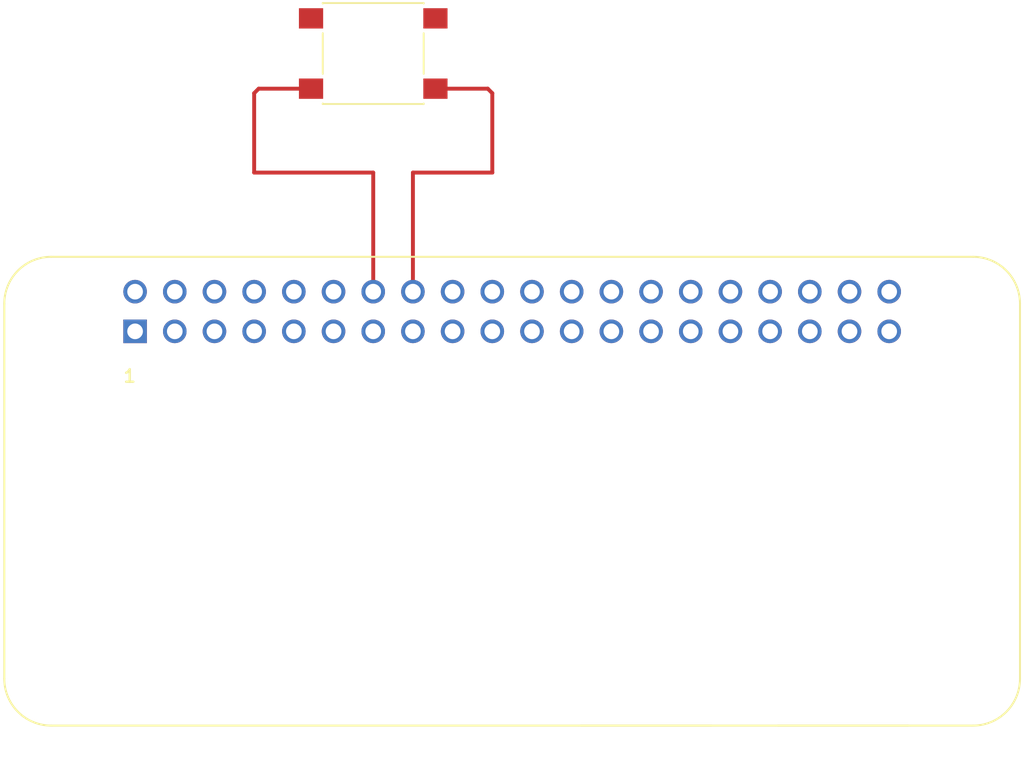
<source format=kicad_pcb>
(kicad_pcb (version 20221018) (generator pcbnew)
  (layers (0 "F.Cu" signal) (31 "B.Cu" signal) (34 "B.Paste" user) (35 "F.Paste" user) (36 "B.SilkS" user "B.Silkscreen") (37 "F.SilkS" user "F.Silkscreen") (38 "B.Mask" user) (39 "F.Mask" user) (44 "Edge.Cuts" user))
  (net 0 "")
  (footprint "ADA3708:ADA3708_RPI-ZERO" (layer "F.Cu") (at 135.89 69.85)
    (fp_text reference "REF**" hide)
    (fp_text value "Raspberry Pi Zero W")
    (fp_text user "1" (at -24.4727 4.13175) (layer "F.SilkS") (effects (font (size 0.800827 0.800827))))
    (fp_line (start -32.5 -0.5) (end -32.5 23.5) (stroke (width 0.127)) (layer "F.SilkS"))
    (fp_line (start -29.5 26.5) (end 29.5 26.5) (stroke (width 0.127)) (layer "F.SilkS"))
    (fp_line (start 4.4 26.5) (end 12.75 26.5) (stroke (width 0.127)) (layer "F.SilkS"))
    (fp_line (start 17 26.5) (end 25.35 26.5) (stroke (width 0.127)) (layer "F.SilkS"))
    (fp_line (start 29.5 -3.5) (end -29.5 -3.5) (stroke (width 0.127)) (layer "F.SilkS"))
    (fp_line (start 32.5 23.5) (end 32.5 -0.5) (stroke (width 0.127)) (layer "F.SilkS"))
    (fp_arc (start -32.5 -0.5) (mid -31.62132 -2.62132) (end -29.5 -3.5) (stroke (width 0.127)) (layer "F.SilkS"))
    (fp_arc (start -29.5 26.5) (mid -31.62132 25.62132) (end -32.5 23.5) (stroke (width 0.127)) (layer "F.SilkS"))
    (fp_arc (start 29.5 -3.5) (mid 31.62132 -2.62132) (end 32.5 -0.5) (stroke (width 0.127)) (layer "F.SilkS"))
    (fp_arc (start 32.5 23.5) (mid 31.62132 25.62132) (end 29.5 26.5) (stroke (width 0.127)) (layer "F.SilkS"))
    (pad "" np_thru_hole circle (at -29 0) (size 2.75 2.75) (drill 2.75) (layers "*.Cu" "*.Mask"))
    (pad "" np_thru_hole circle (at -29 23) (size 2.75 2.75) (drill 2.75) (layers "*.Cu" "*.Mask"))
    (pad "" np_thru_hole circle (at 29 0) (size 2.75 2.75) (drill 2.75) (layers "*.Cu" "*.Mask"))
    (pad "" np_thru_hole circle (at 29 23) (size 2.75 2.75) (drill 2.75) (layers "*.Cu" "*.Mask"))
    (pad "1" thru_hole rect (at -24.13 1.27) (size 1.508 1.508) (drill 1) (layers "*.Cu" "*.Mask"))
    (pad "2" thru_hole circle (at -24.13 -1.27) (size 1.508 1.508) (drill 1) (layers "*.Cu" "*.Mask"))
    (pad "3" thru_hole circle (at -21.59 1.27) (size 1.508 1.508) (drill 1) (layers "*.Cu" "*.Mask"))
    (pad "4" thru_hole circle (at -21.59 -1.27) (size 1.508 1.508) (drill 1) (layers "*.Cu" "*.Mask"))
    (pad "5" thru_hole circle (at -19.05 1.27) (size 1.508 1.508) (drill 1) (layers "*.Cu" "*.Mask"))
    (pad "6" thru_hole circle (at -19.05 -1.27) (size 1.508 1.508) (drill 1) (layers "*.Cu" "*.Mask"))
    (pad "7" thru_hole circle (at -16.51 1.27) (size 1.508 1.508) (drill 1) (layers "*.Cu" "*.Mask"))
    (pad "8" thru_hole circle (at -16.51 -1.27) (size 1.508 1.508) (drill 1) (layers "*.Cu" "*.Mask"))
    (pad "9" thru_hole circle (at -13.97 1.27) (size 1.508 1.508) (drill 1) (layers "*.Cu" "*.Mask"))
    (pad "10" thru_hole circle (at -13.97 -1.27) (size 1.508 1.508) (drill 1) (layers "*.Cu" "*.Mask"))
    (pad "11" thru_hole circle (at -11.43 1.27) (size 1.508 1.508) (drill 1) (layers "*.Cu" "*.Mask"))
    (pad "12" thru_hole circle (at -11.43 -1.27) (size 1.508 1.508) (drill 1) (layers "*.Cu" "*.Mask"))
    (pad "13" thru_hole circle (at -8.89 1.27) (size 1.508 1.508) (drill 1) (layers "*.Cu" "*.Mask"))
    (pad "14" thru_hole circle (at -8.89 -1.27) (size 1.508 1.508) (drill 1) (layers "*.Cu" "*.Mask"))
    (pad "15" thru_hole circle (at -6.35 1.27) (size 1.508 1.508) (drill 1) (layers "*.Cu" "*.Mask"))
    (pad "16" thru_hole circle (at -6.35 -1.27) (size 1.508 1.508) (drill 1) (layers "*.Cu" "*.Mask"))
    (pad "17" thru_hole circle (at -3.81 1.27) (size 1.508 1.508) (drill 1) (layers "*.Cu" "*.Mask"))
    (pad "18" thru_hole circle (at -3.81 -1.27) (size 1.508 1.508) (drill 1) (layers "*.Cu" "*.Mask"))
    (pad "19" thru_hole circle (at -1.27 1.27) (size 1.508 1.508) (drill 1) (layers "*.Cu" "*.Mask"))
    (pad "20" thru_hole circle (at -1.27 -1.27) (size 1.508 1.508) (drill 1) (layers "*.Cu" "*.Mask"))
    (pad "21" thru_hole circle (at 1.27 1.27) (size 1.508 1.508) (drill 1) (layers "*.Cu" "*.Mask"))
    (pad "22" thru_hole circle (at 1.27 -1.27) (size 1.508 1.508) (drill 1) (layers "*.Cu" "*.Mask"))
    (pad "23" thru_hole circle (at 3.81 1.27) (size 1.508 1.508) (drill 1) (layers "*.Cu" "*.Mask"))
    (pad "24" thru_hole circle (at 3.81 -1.27) (size 1.508 1.508) (drill 1) (layers "*.Cu" "*.Mask"))
    (pad "25" thru_hole circle (at 6.35 1.27) (size 1.508 1.508) (drill 1) (layers "*.Cu" "*.Mask"))
    (pad "26" thru_hole circle (at 6.35 -1.27) (size 1.508 1.508) (drill 1) (layers "*.Cu" "*.Mask"))
    (pad "27" thru_hole circle (at 8.89 1.27) (size 1.508 1.508) (drill 1) (layers "*.Cu" "*.Mask"))
    (pad "28" thru_hole circle (at 8.89 -1.27) (size 1.508 1.508) (drill 1) (layers "*.Cu" "*.Mask"))
    (pad "29" thru_hole circle (at 11.43 1.27) (size 1.508 1.508) (drill 1) (layers "*.Cu" "*.Mask"))
    (pad "30" thru_hole circle (at 11.43 -1.27) (size 1.508 1.508) (drill 1) (layers "*.Cu" "*.Mask"))
    (pad "31" thru_hole circle (at 13.97 1.27) (size 1.508 1.508) (drill 1) (layers "*.Cu" "*.Mask"))
    (pad "32" thru_hole circle (at 13.97 -1.27) (size 1.508 1.508) (drill 1) (layers "*.Cu" "*.Mask"))
    (pad "33" thru_hole circle (at 16.51 1.27) (size 1.508 1.508) (drill 1) (layers "*.Cu" "*.Mask"))
    (pad "34" thru_hole circle (at 16.51 -1.27) (size 1.508 1.508) (drill 1) (layers "*.Cu" "*.Mask"))
    (pad "35" thru_hole circle (at 19.05 1.27) (size 1.508 1.508) (drill 1) (layers "*.Cu" "*.Mask"))
    (pad "36" thru_hole circle (at 19.05 -1.27) (size 1.508 1.508) (drill 1) (layers "*.Cu" "*.Mask"))
    (pad "37" thru_hole circle (at 21.59 1.27) (size 1.508 1.508) (drill 1) (layers "*.Cu" "*.Mask"))
    (pad "38" thru_hole circle (at 21.59 -1.27) (size 1.508 1.508) (drill 1) (layers "*.Cu" "*.Mask"))
    (pad "39" thru_hole circle (at 24.13 1.27) (size 1.508 1.508) (drill 1) (layers "*.Cu" "*.Mask"))
    (pad "40" thru_hole circle (at 24.13 -1.27) (size 1.508 1.508) (drill 1) (layers "*.Cu" "*.Mask"))
  )
  (footprint "Button_Switch_SMD:SW_SPST_PTS645" (layer "F.Cu") (at 127 53.34)
    (fp_text reference "REF**" hide)
    (fp_text value "Big Button")
    (fp_line (start -3.23 -3.23) (end 3.23 -3.23) (stroke (width 0.12)) (layer "F.SilkS"))
    (fp_line (start -3.23 -3.2) (end -3.23 -3.23) (stroke (width 0.12)) (layer "F.SilkS"))
    (fp_line (start -3.23 -1.3) (end -3.23 1.3) (stroke (width 0.12)) (layer "F.SilkS"))
    (fp_line (start -3.23 3.23) (end -3.23 3.2) (stroke (width 0.12)) (layer "F.SilkS"))
    (fp_line (start -3.23 3.23) (end 3.23 3.23) (stroke (width 0.12)) (layer "F.SilkS"))
    (fp_line (start 3.23 -3.23) (end 3.23 -3.2) (stroke (width 0.12)) (layer "F.SilkS"))
    (fp_line (start 3.23 -1.3) (end 3.23 1.3) (stroke (width 0.12)) (layer "F.SilkS"))
    (fp_line (start 3.23 3.23) (end 3.23 3.2) (stroke (width 0.12)) (layer "F.SilkS"))
    (pad "1" smd rect (at -3.98 -2.25) (size 1.55 1.3) (layers "F.Cu" "F.Paste" "F.Mask"))
    (pad "1" smd rect (at 3.98 -2.25) (size 1.55 1.3) (layers "F.Cu" "F.Paste" "F.Mask"))
    (pad "2" smd rect (at -3.98 2.25) (size 1.55 1.3) (layers "F.Cu" "F.Paste" "F.Mask"))
    (pad "2" smd rect (at 3.98 2.25) (size 1.55 1.3) (layers "F.Cu" "F.Paste" "F.Mask"))
  )
  (segment (start 134.62 60.96) (end 129.54 60.96) (width 0.25) (layer "F.Cu") (net 0))
  (segment (start 127 60.96) (end 127 68.58) (width 0.25) (layer "F.Cu") (net 0))
  (segment (start 129.54 60.96) (end 129.54 68.58) (width 0.25) (layer "F.Cu") (net 0))
  (segment (start 134.33 55.59) (end 134.62 55.88) (width 0.25) (layer "F.Cu") (net 0))
  (segment (start 134.62 55.88) (end 134.62 60.96) (width 0.25) (layer "F.Cu") (net 0))
  (segment (start 119.38 60.96) (end 127 60.96) (width 0.25) (layer "F.Cu") (net 0))
  (segment (start 119.67 55.59) (end 119.38 55.88) (width 0.25) (layer "F.Cu") (net 0))
  (segment (start 130.98 55.59) (end 134.33 55.59) (width 0.25) (layer "F.Cu") (net 0))
  (segment (start 119.38 55.88) (end 119.38 60.96) (width 0.25) (layer "F.Cu") (net 0))
  (segment (start 123.02 55.59) (end 119.67 55.59) (width 0.25) (layer "F.Cu") (net 0))
)
</source>
